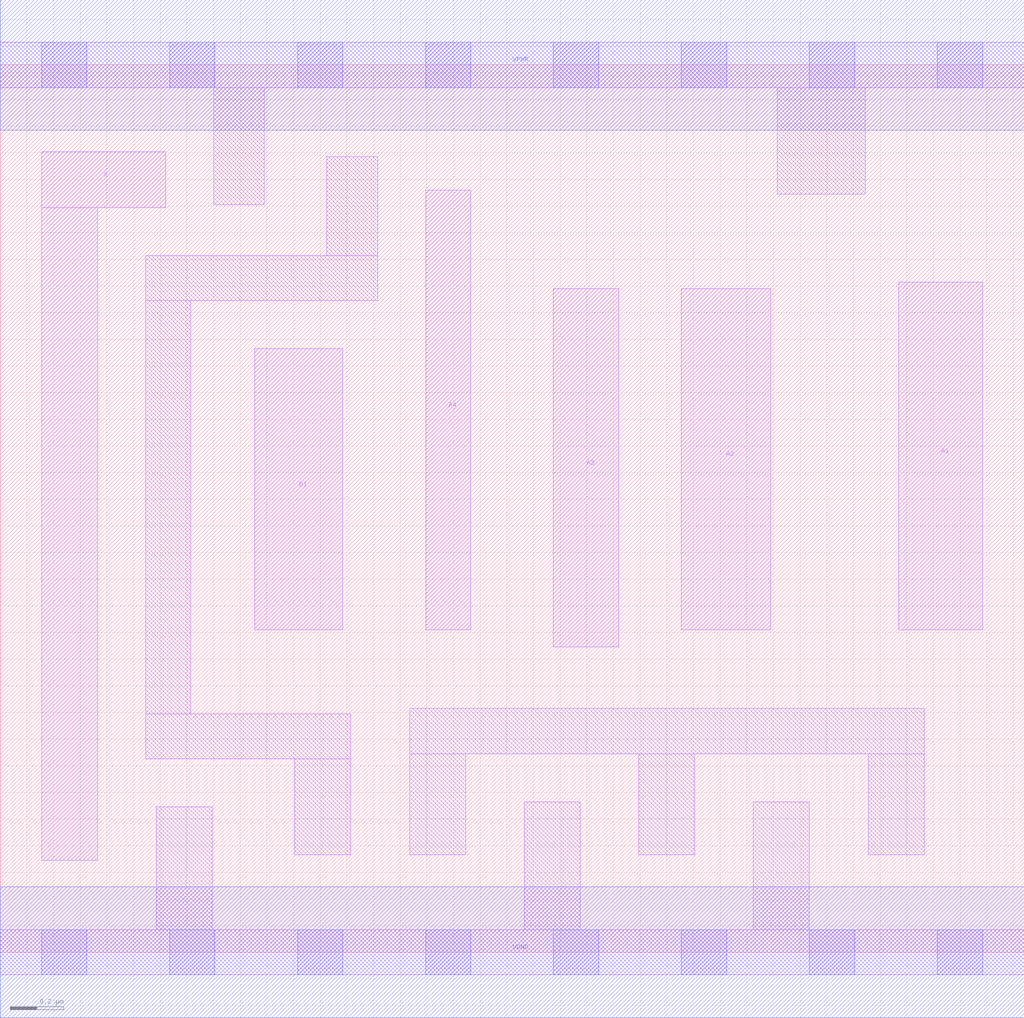
<source format=lef>
# Copyright 2020 The SkyWater PDK Authors
#
# Licensed under the Apache License, Version 2.0 (the "License");
# you may not use this file except in compliance with the License.
# You may obtain a copy of the License at
#
#     https://www.apache.org/licenses/LICENSE-2.0
#
# Unless required by applicable law or agreed to in writing, software
# distributed under the License is distributed on an "AS IS" BASIS,
# WITHOUT WARRANTIES OR CONDITIONS OF ANY KIND, either express or implied.
# See the License for the specific language governing permissions and
# limitations under the License.
#
# SPDX-License-Identifier: Apache-2.0

VERSION 5.7 ;
  NAMESCASESENSITIVE ON ;
  NOWIREEXTENSIONATPIN ON ;
  DIVIDERCHAR "/" ;
  BUSBITCHARS "[]" ;
UNITS
  DATABASE MICRONS 200 ;
END UNITS
MACRO sky130_fd_sc_lp__o41a_m
  CLASS CORE ;
  FOREIGN sky130_fd_sc_lp__o41a_m ;
  ORIGIN  0.000000  0.000000 ;
  SIZE  3.840000 BY  3.330000 ;
  SYMMETRY X Y R90 ;
  SITE unit ;
  PIN A1
    ANTENNAGATEAREA  0.126000 ;
    DIRECTION INPUT ;
    USE SIGNAL ;
    PORT
      LAYER li1 ;
        RECT 3.370000 1.210000 3.685000 2.515000 ;
    END
  END A1
  PIN A2
    ANTENNAGATEAREA  0.126000 ;
    DIRECTION INPUT ;
    USE SIGNAL ;
    PORT
      LAYER li1 ;
        RECT 2.555000 1.210000 2.890000 2.490000 ;
    END
  END A2
  PIN A3
    ANTENNAGATEAREA  0.126000 ;
    DIRECTION INPUT ;
    USE SIGNAL ;
    PORT
      LAYER li1 ;
        RECT 2.075000 1.145000 2.320000 2.490000 ;
    END
  END A3
  PIN A4
    ANTENNAGATEAREA  0.126000 ;
    DIRECTION INPUT ;
    USE SIGNAL ;
    PORT
      LAYER li1 ;
        RECT 1.595000 1.210000 1.765000 2.860000 ;
    END
  END A4
  PIN B1
    ANTENNAGATEAREA  0.126000 ;
    DIRECTION INPUT ;
    USE SIGNAL ;
    PORT
      LAYER li1 ;
        RECT 0.955000 1.210000 1.285000 2.265000 ;
    END
  END B1
  PIN X
    ANTENNADIFFAREA  0.222600 ;
    DIRECTION OUTPUT ;
    USE SIGNAL ;
    PORT
      LAYER li1 ;
        RECT 0.155000 0.345000 0.365000 2.795000 ;
        RECT 0.155000 2.795000 0.620000 3.005000 ;
    END
  END X
  PIN VGND
    DIRECTION INOUT ;
    USE GROUND ;
    PORT
      LAYER met1 ;
        RECT 0.000000 -0.245000 3.840000 0.245000 ;
    END
  END VGND
  PIN VPWR
    DIRECTION INOUT ;
    USE POWER ;
    PORT
      LAYER met1 ;
        RECT 0.000000 3.085000 3.840000 3.575000 ;
    END
  END VPWR
  OBS
    LAYER li1 ;
      RECT 0.000000 -0.085000 3.840000 0.085000 ;
      RECT 0.000000  3.245000 3.840000 3.415000 ;
      RECT 0.545000  0.725000 1.315000 0.895000 ;
      RECT 0.545000  0.895000 0.715000 2.445000 ;
      RECT 0.545000  2.445000 1.415000 2.615000 ;
      RECT 0.585000  0.085000 0.795000 0.545000 ;
      RECT 0.800000  2.805000 0.990000 3.245000 ;
      RECT 1.105000  0.365000 1.315000 0.725000 ;
      RECT 1.225000  2.615000 1.415000 2.985000 ;
      RECT 1.535000  0.365000 1.745000 0.745000 ;
      RECT 1.535000  0.745000 3.465000 0.915000 ;
      RECT 1.965000  0.085000 2.175000 0.565000 ;
      RECT 2.395000  0.365000 2.605000 0.745000 ;
      RECT 2.825000  0.085000 3.035000 0.565000 ;
      RECT 2.915000  2.845000 3.245000 3.245000 ;
      RECT 3.255000  0.365000 3.465000 0.745000 ;
    LAYER mcon ;
      RECT 0.155000 -0.085000 0.325000 0.085000 ;
      RECT 0.155000  3.245000 0.325000 3.415000 ;
      RECT 0.635000 -0.085000 0.805000 0.085000 ;
      RECT 0.635000  3.245000 0.805000 3.415000 ;
      RECT 1.115000 -0.085000 1.285000 0.085000 ;
      RECT 1.115000  3.245000 1.285000 3.415000 ;
      RECT 1.595000 -0.085000 1.765000 0.085000 ;
      RECT 1.595000  3.245000 1.765000 3.415000 ;
      RECT 2.075000 -0.085000 2.245000 0.085000 ;
      RECT 2.075000  3.245000 2.245000 3.415000 ;
      RECT 2.555000 -0.085000 2.725000 0.085000 ;
      RECT 2.555000  3.245000 2.725000 3.415000 ;
      RECT 3.035000 -0.085000 3.205000 0.085000 ;
      RECT 3.035000  3.245000 3.205000 3.415000 ;
      RECT 3.515000 -0.085000 3.685000 0.085000 ;
      RECT 3.515000  3.245000 3.685000 3.415000 ;
  END
END sky130_fd_sc_lp__o41a_m
END LIBRARY

</source>
